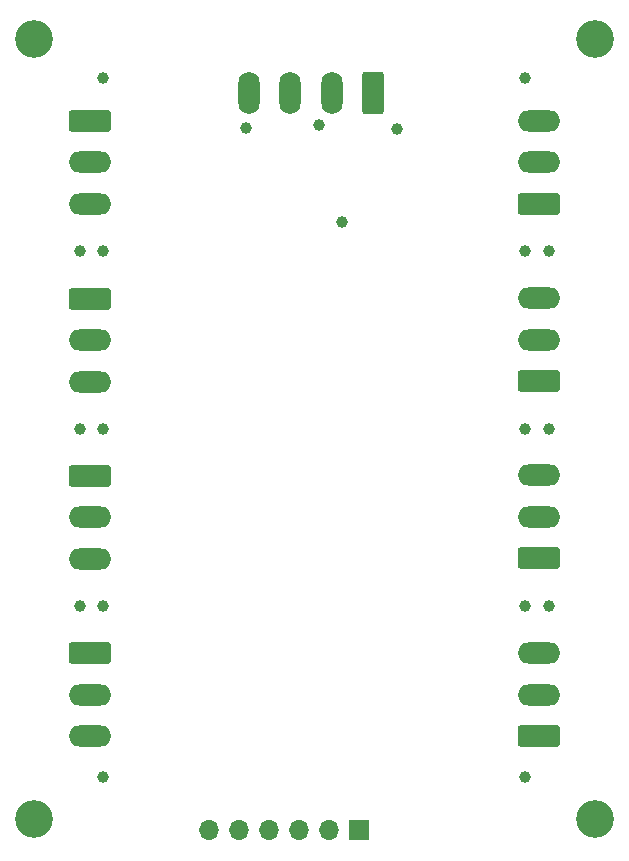
<source format=gbr>
%TF.GenerationSoftware,KiCad,Pcbnew,8.0.2*%
%TF.CreationDate,2024-12-14T22:54:12+01:00*%
%TF.ProjectId,solenoidDecoder,736f6c65-6e6f-4696-9444-65636f646572,rev?*%
%TF.SameCoordinates,Original*%
%TF.FileFunction,Soldermask,Bot*%
%TF.FilePolarity,Negative*%
%FSLAX46Y46*%
G04 Gerber Fmt 4.6, Leading zero omitted, Abs format (unit mm)*
G04 Created by KiCad (PCBNEW 8.0.2) date 2024-12-14 22:54:12*
%MOMM*%
%LPD*%
G01*
G04 APERTURE LIST*
G04 Aperture macros list*
%AMRoundRect*
0 Rectangle with rounded corners*
0 $1 Rounding radius*
0 $2 $3 $4 $5 $6 $7 $8 $9 X,Y pos of 4 corners*
0 Add a 4 corners polygon primitive as box body*
4,1,4,$2,$3,$4,$5,$6,$7,$8,$9,$2,$3,0*
0 Add four circle primitives for the rounded corners*
1,1,$1+$1,$2,$3*
1,1,$1+$1,$4,$5*
1,1,$1+$1,$6,$7*
1,1,$1+$1,$8,$9*
0 Add four rect primitives between the rounded corners*
20,1,$1+$1,$2,$3,$4,$5,0*
20,1,$1+$1,$4,$5,$6,$7,0*
20,1,$1+$1,$6,$7,$8,$9,0*
20,1,$1+$1,$8,$9,$2,$3,0*%
G04 Aperture macros list end*
%ADD10C,1.000000*%
%ADD11RoundRect,0.250000X0.650000X1.550000X-0.650000X1.550000X-0.650000X-1.550000X0.650000X-1.550000X0*%
%ADD12O,1.800000X3.600000*%
%ADD13RoundRect,0.250000X-1.550000X0.650000X-1.550000X-0.650000X1.550000X-0.650000X1.550000X0.650000X0*%
%ADD14O,3.600000X1.800000*%
%ADD15R,1.700000X1.700000*%
%ADD16O,1.700000X1.700000*%
%ADD17C,3.200000*%
%ADD18RoundRect,0.250000X1.550000X-0.650000X1.550000X0.650000X-1.550000X0.650000X-1.550000X-0.650000X0*%
G04 APERTURE END LIST*
D10*
%TO.C,TP12*%
X40091714Y-82588808D03*
%TD*%
%TO.C,TP2*%
X77778714Y-52489808D03*
%TD*%
%TO.C,TP3*%
X79807714Y-52489808D03*
%TD*%
D11*
%TO.C,J62*%
X64910305Y-39151603D03*
D12*
X61410305Y-39151603D03*
X57910305Y-39151603D03*
X54410305Y-39151603D03*
%TD*%
D13*
%TO.C,J51*%
X40910805Y-86556103D03*
D14*
X40910805Y-90056103D03*
X40910805Y-93556103D03*
%TD*%
D10*
%TO.C,TP20*%
X60379714Y-41821808D03*
%TD*%
D13*
%TO.C,J81*%
X40910805Y-41501103D03*
D14*
X40910805Y-45001103D03*
X40910805Y-48501103D03*
%TD*%
D15*
%TO.C,J3*%
X63718305Y-101556103D03*
D16*
X61178305Y-101556103D03*
X58638305Y-101556103D03*
X56098305Y-101556103D03*
X53558305Y-101556103D03*
X51018305Y-101556103D03*
%TD*%
D10*
%TO.C,TP6*%
X77778714Y-67602808D03*
%TD*%
%TO.C,TP16*%
X40091714Y-52489808D03*
%TD*%
%TO.C,TP18*%
X62284714Y-50076808D03*
%TD*%
%TO.C,TP7*%
X77807714Y-97066808D03*
%TD*%
D17*
%TO.C,REF\u002A\u002A*%
X36200305Y-34556103D03*
%TD*%
D10*
%TO.C,TP13*%
X42091714Y-52489808D03*
%TD*%
%TO.C,TP1*%
X79807714Y-67602808D03*
%TD*%
%TO.C,TP4*%
X77778714Y-37884808D03*
%TD*%
D17*
%TO.C,REF\u002A\u002A*%
X36200305Y-100556103D03*
%TD*%
D10*
%TO.C,TP19*%
X54156714Y-42075808D03*
%TD*%
D13*
%TO.C,J61*%
X40910805Y-71556103D03*
D14*
X40910805Y-75056103D03*
X40910805Y-78556103D03*
%TD*%
D18*
%TO.C,J11*%
X79006805Y-48501103D03*
D14*
X79006805Y-45001103D03*
X79006805Y-41501103D03*
%TD*%
D18*
%TO.C,J31*%
X79006805Y-78501103D03*
D14*
X79006805Y-75001103D03*
X79006805Y-71501103D03*
%TD*%
D13*
%TO.C,J71*%
X40910805Y-56556103D03*
D14*
X40910805Y-60056103D03*
X40910805Y-63556103D03*
%TD*%
D17*
%TO.C,REF\u002A\u002A*%
X83700305Y-100556103D03*
%TD*%
D18*
%TO.C,J41*%
X79006805Y-93556103D03*
D14*
X79006805Y-90056103D03*
X79006805Y-86556103D03*
%TD*%
D10*
%TO.C,TP11*%
X42091714Y-67602808D03*
%TD*%
%TO.C,TP8*%
X77778714Y-82588808D03*
%TD*%
D18*
%TO.C,J21*%
X79006805Y-63501103D03*
D14*
X79006805Y-60001103D03*
X79006805Y-56501103D03*
%TD*%
D10*
%TO.C,TP14*%
X40091714Y-67602808D03*
%TD*%
%TO.C,TP15*%
X42091714Y-37884808D03*
%TD*%
%TO.C,TP9*%
X42091714Y-82588808D03*
%TD*%
%TO.C,TP10*%
X42091714Y-97066808D03*
%TD*%
D17*
%TO.C,REF\u002A\u002A*%
X83700305Y-34556103D03*
%TD*%
D10*
%TO.C,TP5*%
X79807714Y-82588808D03*
%TD*%
%TO.C,TP17*%
X66983714Y-42202808D03*
%TD*%
M02*

</source>
